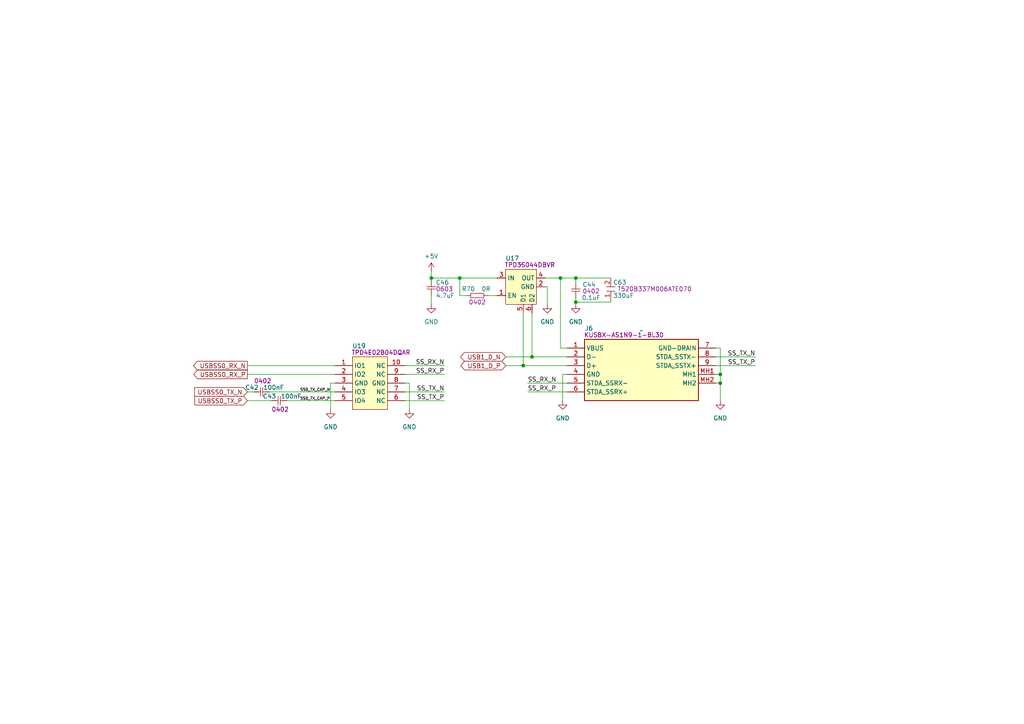
<source format=kicad_sch>
(kicad_sch (version 20230121) (generator eeschema)
  (paper "A4")
  (lib_symbols
    (symbol "SamacSys_Parts:KUSBX-AS1N9-1-BL30"
      (property "Reference" "J" (at 39.37 7.62 0))
      (property "Value" "KUSBX-AS1N9-1-BL30" (at 39.37 5.08 0))
      (symbol "KUSBX-AS1N9-1-BL30_1_1"
        (rectangle (start 5.08 2.54) (end 38.1 -15.24) (stroke (width 0.254)) (fill (type background)))
        (pin passive line (at 0 0 0) (length 5.08) (name "VBUS") (number "1"))
        (pin passive line (at 0 -2.54 0) (length 5.08) (name "D-") (number "2"))
        (pin passive line (at 0 -5.08 0) (length 5.08) (name "D+") (number "3"))
        (pin passive line (at 0 -7.62 0) (length 5.08) (name "GND") (number "4"))
        (pin passive line (at 0 -10.16 0) (length 5.08) (name "STDA_SSRX-") (number "5"))
        (pin passive line (at 0 -12.7 0) (length 5.08) (name "STDA_SSRX+") (number "6"))
        (pin passive line (at 43.18 0 180) (length 5.08) (name "GND-DRAIN") (number "7"))
        (pin passive line (at 43.18 -2.54 180) (length 5.08) (name "STDA_SSTX-") (number "8"))
        (pin passive line (at 43.18 -5.08 180) (length 5.08) (name "STDA_SSTX+") (number "9"))
        (pin passive line (at 43.18 -7.62 180) (length 5.08) (name "MH1") (number "MH1"))
        (pin passive line (at 43.18 -10.16 180) (length 5.08) (name "MH2") (number "MH2"))
      )
    )
    (symbol "power:+5V" (power) (pin_names (offset 0))
      (property "Value" "+5V" (at 0 3.556 0))
      (symbol "+5V_0_1"
        (polyline (pts (xy -0.762 1.27) (xy 0 2.54)))
        (polyline (pts (xy 0 0) (xy 0 2.54)))
        (polyline (pts (xy 0 2.54) (xy 0.762 1.27)))
      )
      (symbol "+5V_1_1"
        (pin power_in line (at 0 0 90) (length 0) hide (name "+5V") (number "1"))
      )
    )
    (symbol "power:GND" (power) (pin_names (offset 0))
      (property "Value" "GND" (at 0 -3.81 0))
      (symbol "GND_0_1"
        (polyline (pts (xy 0 0) (xy 0 -1.27) (xy 1.27 -1.27) (xy 0 -2.54) (xy -1.27 -1.27) (xy 0 -1.27)))
      )
      (symbol "GND_1_1"
        (pin power_in line (at 0 0 270) (length 0) hide (name "GND") (number "1"))
      )
    )
    (symbol "the_backrooms:T520B337M006ATE070"
      (property "Reference" "C" (at 0 0 0))
      (symbol "T520B337M006ATE070_0_1"
        (polyline (pts (xy 2.54 -1.27) (xy 2.54 0)))
        (polyline (pts (xy 2.54 0) (xy 2.54 1.27)))
        (polyline (pts (xy 3.81 1.27) (xy 3.81 -1.27)))
      )
      (symbol "T520B337M006ATE070_1_1"
        (pin passive line (at 0 0 0) (length 2.54) (name "") (number "1"))
        (pin passive line (at 6.35 0 180) (length 2.54) (name "") (number "2"))
      )
    )
    (symbol "the_backrooms:TPD3S044"
      (property "Reference" "U" (at 0 0 0))
      (property "Value" "TPD3S044" (at 0 0 0))
      (symbol "TPD3S044_1_1"
        (rectangle (start 2.54 0) (end 11.43 -10.16) (fill (type background)))
        (pin input line (at 0 -7.62 0) (length 2.54) (name "EN") (number "1"))
        (pin power_in line (at 13.97 -5.08 180) (length 2.54) (name "GND") (number "2"))
        (pin power_in line (at 0 -2.54 0) (length 2.54) (name "IN") (number "3"))
        (pin power_out line (at 13.97 -2.54 180) (length 2.54) (name "OUT") (number "4"))
        (pin free line (at 7.62 -12.7 90) (length 2.54) (name "D1") (number "5"))
        (pin free line (at 10.16 -12.7 90) (length 2.54) (name "D2") (number "6"))
      )
    )
    (symbol "the_backrooms:TPD4E02B04DQAR"
      (property "Reference" "U" (at 0 0 0))
      (property "Value" "TPD4E02B04DQAR" (at 0 0 0))
      (symbol "TPD4E02B04DQAR_1_1"
        (rectangle (start 5.08 -1.27) (end 15.24 -16.51) (fill (type background)))
        (pin bidirectional line (at 0 -3.81 0) (length 5.08) (name "IO1") (number "1"))
        (pin bidirectional line (at 20.32 -3.81 180) (length 5.08) (name "NC") (number "10"))
        (pin bidirectional line (at 0 -6.35 0) (length 5.08) (name "IO2") (number "2"))
        (pin bidirectional line (at 0 -8.89 0) (length 5.08) (name "GND") (number "3"))
        (pin bidirectional line (at 0 -11.43 0) (length 5.08) (name "IO3") (number "4"))
        (pin bidirectional line (at 0 -13.97 0) (length 5.08) (name "IO4") (number "5"))
        (pin bidirectional line (at 20.32 -13.97 180) (length 5.08) (name "NC") (number "6"))
        (pin bidirectional line (at 20.32 -11.43 180) (length 5.08) (name "NC") (number "7"))
        (pin bidirectional line (at 20.32 -8.89 180) (length 5.08) (name "GND") (number "8"))
        (pin bidirectional line (at 20.32 -6.35 180) (length 5.08) (name "NC") (number "9"))
      )
    )
    (symbol "the_backrooms:cap_0402"
      (property "Reference" "C" (at -0.635 0 0))
      (property "Package/Case" "0402" (at -1.27 1.27 0))
      (symbol "cap_0402_0_1"
        (polyline (pts (xy 1.905 0) (xy 1.905 -1.27)))
        (polyline (pts (xy 2.54 1.27) (xy 2.54 -1.27)))
        (polyline (pts (xy 3.175 0) (xy 2.54 0)))
        (polyline (pts (xy 1.27 0) (xy 1.905 0) (xy 1.905 1.27)))
      )
      (symbol "cap_0402_1_1"
        (pin free line (at 0 0 0) (length 1.27) (name "") (number "1"))
        (pin free line (at 4.445 0 180) (length 1.27) (name "") (number "2"))
      )
    )
    (symbol "the_backrooms:cap_0603"
      (property "Reference" "C" (at 0 0 0))
      (property "Package/Case" "0603" (at 0 0 0))
      (symbol "cap_0603_0_1"
        (polyline (pts (xy 1.905 0) (xy 1.905 -1.27)))
        (polyline (pts (xy 2.54 1.27) (xy 2.54 -1.27)))
        (polyline (pts (xy 3.175 0) (xy 2.54 0)))
        (polyline (pts (xy 1.27 0) (xy 1.905 0) (xy 1.905 1.27)))
      )
      (symbol "cap_0603_1_1"
        (pin free line (at 0 0 0) (length 1.27) (name "") (number "1"))
        (pin free line (at 4.445 0 180) (length 1.27) (name "") (number "2"))
      )
    )
    (symbol "the_backrooms:res_0402"
      (property "Reference" "R" (at 3.175 -1.905 0))
      (property "Package/Case" "0402" (at -3.175 1.905 0))
      (symbol "res_0402_0_1"
        (rectangle (start 1.27 0.635) (end 5.08 -0.635))
      )
      (symbol "res_0402_1_1"
        (pin free line (at 0 0 0) (length 1.27) (name "") (number "1"))
        (pin free line (at 6.35 0 180) (length 1.27) (name "") (number "2"))
      )
    )
  )
  (junction (at 125.095 80.645))
  (junction (at 167.005 80.645))
  (junction (at 167.005 87.63))
  (junction (at 151.765 106.045))
  (junction (at 154.305 103.505))
  (junction (at 162.56 80.645))
  (junction (at 133.35 80.645))
  (junction (at 208.915 108.585))
  (junction (at 208.915 111.125))
  (wire (pts (xy 154.305 90.805) (xy 154.305 103.505)))
  (wire (pts (xy 164.465 108.585) (xy 163.195 108.585)))
  (wire (pts (xy 162.56 100.965) (xy 164.465 100.965)))
  (wire (pts (xy 146.685 103.505) (xy 154.305 103.505)))
  (wire (pts (xy 207.645 103.505) (xy 219.075 103.505)))
  (wire (pts (xy 208.915 108.585) (xy 208.915 111.125)))
  (wire (pts (xy 146.685 106.045) (xy 151.765 106.045)))
  (wire (pts (xy 162.56 80.645) (xy 167.005 80.645)))
  (wire (pts (xy 71.755 116.205) (xy 78.74 116.205)))
  (wire (pts (xy 117.475 116.205) (xy 128.905 116.205)))
  (wire (pts (xy 78.105 113.665) (xy 97.155 113.665)))
  (wire (pts (xy 118.745 111.125) (xy 118.745 118.745)))
  (wire (pts (xy 133.35 80.645) (xy 144.145 80.645)))
  (wire (pts (xy 207.645 111.125) (xy 208.915 111.125)))
  (wire (pts (xy 151.765 106.045) (xy 164.465 106.045)))
  (wire (pts (xy 207.645 106.045) (xy 219.075 106.045)))
  (wire (pts (xy 164.465 111.125) (xy 153.035 111.125)))
  (wire (pts (xy 167.005 87.63) (xy 167.005 88.265)))
  (wire (pts (xy 158.115 80.645) (xy 162.56 80.645)))
  (wire (pts (xy 71.755 108.585) (xy 97.155 108.585)))
  (wire (pts (xy 125.095 85.725) (xy 125.095 88.265)))
  (wire (pts (xy 133.35 85.725) (xy 133.35 80.645)))
  (wire (pts (xy 208.915 100.965) (xy 208.915 108.585)))
  (wire (pts (xy 125.095 80.645) (xy 125.095 81.28)))
  (wire (pts (xy 71.755 113.665) (xy 73.66 113.665)))
  (wire (pts (xy 167.005 86.36) (xy 167.005 87.63)))
  (wire (pts (xy 117.475 111.125) (xy 118.745 111.125)))
  (wire (pts (xy 158.75 83.185) (xy 158.75 88.265)))
  (wire (pts (xy 117.475 106.045) (xy 128.905 106.045)))
  (wire (pts (xy 151.765 90.805) (xy 151.765 106.045)))
  (wire (pts (xy 167.005 80.645) (xy 167.005 81.915)))
  (wire (pts (xy 177.165 86.995) (xy 177.165 87.63)))
  (wire (pts (xy 117.475 108.585) (xy 128.905 108.585)))
  (wire (pts (xy 207.645 108.585) (xy 208.915 108.585)))
  (wire (pts (xy 117.475 113.665) (xy 128.905 113.665)))
  (wire (pts (xy 207.645 100.965) (xy 208.915 100.965)))
  (wire (pts (xy 162.56 80.645) (xy 162.56 100.965)))
  (wire (pts (xy 95.885 111.125) (xy 95.885 118.745)))
  (wire (pts (xy 163.195 108.585) (xy 163.195 116.205)))
  (wire (pts (xy 158.115 83.185) (xy 158.75 83.185)))
  (wire (pts (xy 167.005 87.63) (xy 177.165 87.63)))
  (wire (pts (xy 71.755 106.045) (xy 97.155 106.045)))
  (wire (pts (xy 164.465 113.665) (xy 153.035 113.665)))
  (wire (pts (xy 125.095 78.74) (xy 125.095 80.645)))
  (wire (pts (xy 208.915 111.125) (xy 208.915 116.205)))
  (wire (pts (xy 135.255 85.725) (xy 133.35 85.725)))
  (wire (pts (xy 141.605 85.725) (xy 144.145 85.725)))
  (wire (pts (xy 154.305 103.505) (xy 164.465 103.505)))
  (wire (pts (xy 97.155 111.125) (xy 95.885 111.125)))
  (wire (pts (xy 125.095 80.645) (xy 133.35 80.645)))
  (wire (pts (xy 83.185 116.205) (xy 97.155 116.205)))
  (wire (pts (xy 167.005 80.645) (xy 177.165 80.645)))
  (label "SS_RX_N" (at 153.035 111.125 0))
  (label "SS_RX_N" (at 128.905 106.045 180))
  (label "SS_TX_N" (at 128.905 113.665 180))
  (label "SS_TX_P" (at 128.905 116.205 180))
  (label "SS_TX_P" (at 219.075 106.045 180))
  (label "SS_RX_P" (at 128.905 108.585 180))
  (label "SS0_TX_CAP_P" (at 86.995 116.205 0) (effects (font (size 0.8 0.8))))
  (label "SS_TX_N" (at 219.075 103.505 180))
  (label "SS0_TX_CAP_N" (at 86.995 113.665 0) (effects (font (size 0.8 0.8))))
  (label "SS_RX_P" (at 153.035 113.665 0))
  (global_label "USBSS0_RX_N" (shape output) (at 71.755 106.045 180) (property "Intersheetrefs" "${INTERSHEET_REFS}" (at 55.5861 106.045 0) (effects (justify right))))
  (global_label "USBSS0_TX_P" (shape input) (at 71.755 116.205 180) (property "Intersheetrefs" "${INTERSHEET_REFS}" (at 55.949 116.205 0) (effects (justify right))))
  (global_label "USBSS0_TX_N" (shape input) (at 71.755 113.665 180) (property "Intersheetrefs" "${INTERSHEET_REFS}" (at 55.8885 113.665 0) (effects (justify right))))
  (global_label "USBSS0_RX_P" (shape output) (at 71.755 108.585 180) (property "Intersheetrefs" "${INTERSHEET_REFS}" (at 55.6466 108.585 0) (effects (justify right))))
  (global_label "USB1_D_N" (shape bidirectional) (at 146.685 103.505 180) (property "Intersheetrefs" "${INTERSHEET_REFS}" (at 133.0333 103.505 0) (effects (justify right))))
  (global_label "USB1_D_P" (shape bidirectional) (at 146.685 106.045 180) (property "Intersheetrefs" "${INTERSHEET_REFS}" (at 133.0938 106.045 0) (effects (justify right))))
  (symbol (lib_id "power:GND") (at 208.915 116.205 0) (unit 1)
    (property "Reference" "#PWR082" (effects hide))
    (property "Value" "GND" (at 208.915 121.285 0))
  )
  (symbol (lib_id "power:GND") (at 158.75 88.265 0) (unit 1)
    (property "Reference" "#PWR085" (effects hide))
    (property "Value" "GND" (at 158.75 93.345 0))
  )
  (symbol (lib_id "the_backrooms:res_0402") (at 135.255 85.725 0) (unit 1)
    (property "Reference" "R70" (at 137.795 83.82 0) (effects (justify right)))
    (property "Value" "0R" (at 140.97 83.82 0))
    (property "Footprint" "the_backrooms:0402_res" (effects hide))
    (property "Package/Case" "0402" (at 140.97 87.63 0) (effects (justify right)))
    (property "Mfr. No." "CR0402-J/-000GLF" (effects hide))
    (property "Description" "0R 0402" (effects hide))
  )
  (symbol (lib_id "the_backrooms:cap_0603") (at 125.095 85.725 90) (unit 1)
    (property "Reference" "C46" (at 126.365 81.915 90) (effects (justify right)))
    (property "Value" "4.7uF" (at 126.365 85.725 90) (effects (justify right)))
    (property "Footprint" "the_backrooms:0603_cap" (effects hide))
    (property "Package/Case" "0603" (at 126.365 83.82 90) (effects (justify right)))
    (property "Mfr. No." "06033D475KAT2A" (effects hide))
    (property "Description" "4.7uF 0603 25V" (effects hide))
  )
  (symbol (lib_id "the_backrooms:T520B337M006ATE070") (at 177.165 86.995 90) (unit 1)
    (property "Reference" "C63" (at 177.8 81.915 90) (effects (justify right)))
    (property "Value" "330uF" (at 177.8 85.725 90) (effects (justify right)))
    (property "Footprint" "the_backrooms:T520B337M006ATE070" (effects hide))
    (property "Datasheet" "https://www.mouser.de/datasheet/2/212/1/KEM_T2076_T52X_530-1104134.pdf" (effects hide))
    (property "Mfr. No." "T520B337M006ATE070" (at 189.865 83.82 90))
    (property "Package/Case" "3528mm" (effects hide))
    (property "Description" "Tantalum Capacitors - Polymer 6.3V 330uF 1311 20% ESR=70mOhms" (effects hide))
  )
  (symbol (lib_id "the_backrooms:TPD4E02B04DQAR") (at 97.155 102.235 0) (unit 1)
    (property "Reference" "U19" (at 104.14 100.33 0))
    (property "Value" "~" (at 107.315 102.235 0))
    (property "Footprint" "the_backrooms:TPD4E02B04DQAR" (effects hide))
    (property "Datasheet" "https://www.ti.com/lit/ds/symlink/tpd4e02b04.pdf?HQS=dis-mous-null-mousermode-dsf-pf-null-wwe&ts=1689961253789&ref_url=https%253A%252F%252Fwww.mouser.de%252F" (effects hide))
    (property "Mfr. No." "TPD4E02B04DQAR" (at 110.49 102.235 0))
    (property "Package/Case" "USON-10" (effects hide))
    (property "Description" "ESD Suppressors / TVS Diodes TPD4E02B04 4-Ch ESD Protection Diode" (effects hide))
  )
  (symbol (lib_id "power:GND") (at 95.885 118.745 0) (unit 1)
    (property "Reference" "#PWR084" (effects hide))
    (property "Value" "GND" (at 95.885 123.825 0))
  )
  (symbol (lib_id "the_backrooms:TPD3S044") (at 144.145 78.105 0) (unit 1)
    (property "Reference" "U17" (at 148.59 74.93 0))
    (property "Value" "~" (at 151.13 76.835 0))
    (property "Footprint" "the_backrooms:TPD3S044" (effects hide))
    (property "Datasheet" "https://www.ti.com/lit/ds/symlink/tpd3s044.pdf?HQS=dis-mous-null-mousermode-dsf-pf-null-wwe&ts=1689961727439&ref_url=https%253A%252F%252Fwww.mouser.de%252F" (effects hide))
    (property "Mfr. No." "TPD3S044DBVR" (at 153.67 76.835 0))
    (property "Package/Case" "SOT-23-6" (effects hide))
    (property "Description" "Current & Power Monitors & Regulators Current Limit Switch ESD Protect,USB Hos" (effects hide))
  )
  (symbol (lib_id "SamacSys_Parts:KUSBX-AS1N9-1-BL30") (at 164.465 100.965 0) (unit 1)
    (property "Reference" "J6" (at 170.815 95.25 0))
    (property "Value" "~" (at 186.055 95.885 0))
    (property "Footprint" "SamacSys_Parts:KUSBXAS1N91BL30" (effects hide))
    (property "Datasheet" "https://datasheet.datasheetarchive.com/originals/distributors/Datasheets_SAMA/326c717f9ca709e5bb3659186cf0a006.pdf" (effects hide))
    (property "Height" "7.37" (effects hide))
    (property "Mouser Part Number" "806-KUSBX-AS1N91BL30" (effects hide))
    (property "Mouser Price/Stock" "https://www.mouser.co.uk/ProductDetail/Kycon/KUSBX-AS1N9-1-BL30?qs=dG4nGvFc7P%2F4cmLbcbDxQw%3D%3D" (effects hide))
    (property "Manufacturer_Name" "Kycon" (effects hide))
    (property "Manufacturer_Part_Number" "KUSBX-AS1N9-1-BL30" (effects hide))
    (property "Mfr. No." "KUSBX-AS1N9-1-BL30" (at 180.975 97.155 0))
    (property "Description" "USB Connectors 9P USB 3.0 TYPE A SOCKET TH 30u\" GOLD" (effects hide))
  )
  (symbol (lib_id "power:GND") (at 125.095 88.265 0) (unit 1)
    (property "Reference" "#PWR088" (effects hide))
    (property "Value" "GND" (at 125.095 93.345 0))
  )
  (symbol (lib_id "power:GND") (at 118.745 118.745 0) (unit 1)
    (property "Reference" "#PWR083" (effects hide))
    (property "Value" "GND" (at 118.745 123.825 0))
  )
  (symbol (lib_id "the_backrooms:cap_0402") (at 78.105 113.665 180) (unit 1)
    (property "Reference" "C42" (at 71.12 112.395 0) (effects (justify right)))
    (property "Value" "100nF" (at 79.375 112.395 0))
    (property "Footprint" "the_backrooms:0402_cap" (effects hide))
    (property "Package/Case" "0402" (at 73.66 110.49 0) (effects (justify right)))
    (property "Mfr. No." "04025C104KAT4A" (effects hide))
    (property "Description" "100nF 0402 50V" (effects hide))
  )
  (symbol (lib_id "power:GND") (at 167.005 88.265 0) (unit 1)
    (property "Reference" "#PWR086" (effects hide))
    (property "Value" "GND" (at 167.005 93.345 0))
  )
  (symbol (lib_id "power:GND") (at 163.195 116.205 0) (unit 1)
    (property "Reference" "#PWR081" (effects hide))
    (property "Value" "GND" (at 163.195 121.285 0))
  )
  (symbol (lib_id "power:+5V") (at 125.095 78.74 0) (unit 1)
    (property "Reference" "#PWR087" (effects hide))
    (property "Value" "+5V" (at 125.095 74.295 0))
  )
  (symbol (lib_id "the_backrooms:cap_0402") (at 83.185 116.205 180) (unit 1)
    (property "Reference" "C43" (at 76.2 114.935 0) (effects (justify right)))
    (property "Value" "100nF" (at 84.455 114.935 0))
    (property "Footprint" "the_backrooms:0402_cap" (effects hide))
    (property "Package/Case" "0402" (at 78.74 118.745 0) (effects (justify right)))
    (property "Mfr. No." "04025C104KAT4A" (effects hide))
    (property "Description" "100nF 0402 50V" (effects hide))
  )
  (symbol (lib_id "the_backrooms:cap_0402") (at 167.005 86.36 90) (unit 1)
    (property "Reference" "C44" (at 168.91 82.55 90) (effects (justify right)))
    (property "Value" "0.1uF" (at 171.45 86.36 90))
    (property "Footprint" "the_backrooms:0402_cap" (effects hide))
    (property "Package/Case" "0402" (at 168.91 84.455 90) (effects (justify right)))
    (property "Mfr. No." "04025C104KAT4A" (effects hide))
    (property "Description" "0.1uF 0402 50V" (effects hide))
  )
)
</source>
